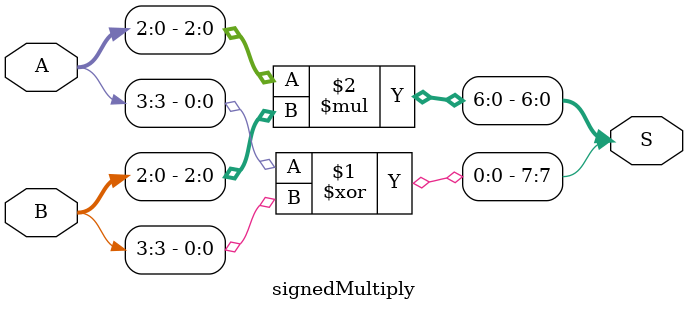
<source format=sv>
module equation(A, B, C, Z);
    parameter N = 64;
    parameter M = 2 * N;
    input logic [N-1:0] A, B;
    input logic [M-1:0] C;
    output logic [M-1:0] Z;

    assign Z = A * B + C;
endmodule

module signedEquation(A, B, C, Z);
    parameter N = 4;
    parameter M = 2 * N;
    input logic [N-1:0] A, B;
    input logic [M-1:0] C;
    output logic [M-1:0] Z;

    logic [M-1:0] temp;

    signedMultiply mult(A, B, temp);
    signedAddition add(temp, C, Z);
endmodule

module signedAddition (A, B, S);
    parameter N = 8;
    input logic [N-1:0] A;
    input logic [N-1:0] B;
    output logic [N-1:0] S;

    logic signA, signB, signS, tempMagCarry;
    logic [N-1:0] tempA, tempB, tempOut;
    logic [N-2:0] magA, magB, tempMagA, tempMagB, tempMagOut;

    // caseNum indicates the 4 different combinations of pos and neg
    // 0: pos + pos
    // 1: pos > neg
    // 2: pos < neg
    // 3: neg + neg
    logic [1:0] caseNum;

    assign signA = A[N-1];
    assign magA = A[N-2:0];
    assign signB = B[N-1];
    assign magB = B[N-2:0];

    always_comb begin
        caseNum = 2'bxx;

        case(signA)
            0: tempMagA = magA;
            1: tempMagA = ~magA + 1'b1;
        endcase
        case(signB)
            0: tempMagB = magB;
            1: tempMagB = ~magB + 1'b1;
        endcase

        if (signA == 1'b0) begin
            if (signB == 1'b1) begin
                if (magA >= magB) begin
                    caseNum = 2'b01;
                end else if (magB > magA) begin
                    caseNum = 2'b10;
                end
            end else if (signB == 1'b0) begin
                caseNum = 2'b00;
            end
        end else if (signA == 1'b1) begin
            if (signB == 1'b1) begin
                caseNum = 2'b11;
            end else if (signB == 1'b0) begin
                if (magA <= magB) begin
                    caseNum = 2'b01;
                end else if (magB < magA) begin
                    caseNum = 2'b10;
                end 
            end
        end
    end

    assign {tempMagCarry, tempMagOut} = tempMagA + tempMagB;

    always_comb begin
        case(caseNum)
            0: signS = 1'b0;
            1: signS = 1'b0;
            2: signS = 1'b1;
            3: signS = 1'b1;
        endcase

        case(signS)
            0: tempOut[N-2:0] = tempMagOut;
            1: tempOut[N-2:0] = ~tempMagOut + 1'b1;
        endcase

        tempOut [N-1] = signS;
    end

    assign S = tempOut;
endmodule

module signedMultiply(A, B, S);
    parameter N = 4;
    parameter M = 2 * N;
    input logic [N-1:0] A;
    input logic [N-1:0] B;
    output logic [M-1:0] S;

    assign S[M-1] = A[N-1] ^ B[N-1];
    assign S[M-2:0] = A[N-2:0] * B[N-2:0];
endmodule
</source>
